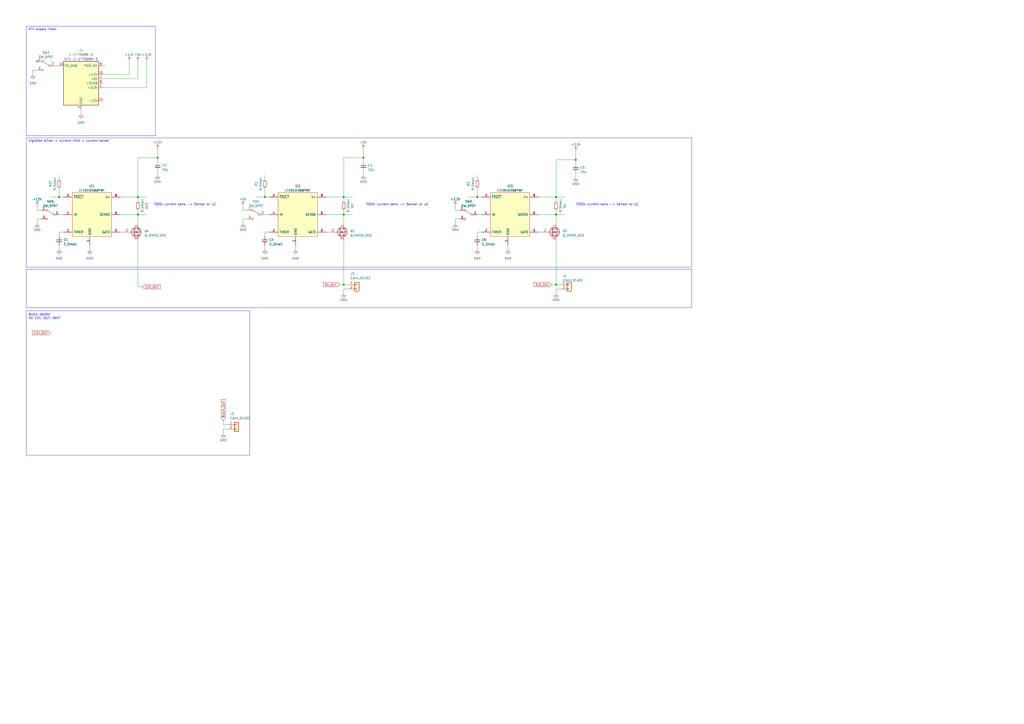
<source format=kicad_sch>
(kicad_sch (version 20230121) (generator eeschema)
  (paper "A2")
  (lib_symbols
    (symbol "Connector_Generic:Conn_01x02" (pin_names (offset 1.016) hide)
      (property "Reference" "J" (at 0 2.54 0))
      (property "Value" "Conn_01x02" (at 0 -5.08 0))
      (symbol "Conn_01x02_1_1"
        (rectangle (start -1.27 -2.413) (end 0 -2.667) (stroke (width 0.1524)))
        (rectangle (start -1.27 0.127) (end 0 -0.127) (stroke (width 0.1524)))
        (rectangle (start -1.27 1.27) (end 1.27 -3.81) (stroke (width 0.254)) (fill (type background)))
        (pin passive line (at -5.08 0 0) (length 3.81) (name "Pin_1") (number "1"))
        (pin passive line (at -5.08 -2.54 0) (length 3.81) (name "Pin_2") (number "2"))
      )
    )
    (symbol "Device:C_Small" (pin_numbers hide) (pin_names (offset 0.254) hide)
      (property "Reference" "C" (at 0.254 1.778 0))
      (property "Value" "C_Small" (at 0.254 -2.032 0))
      (symbol "C_Small_0_1"
        (polyline (pts (xy -1.524 -0.508) (xy 1.524 -0.508)) (stroke (width 0.3302)))
        (polyline (pts (xy -1.524 0.508) (xy 1.524 0.508)) (stroke (width 0.3048)))
      )
      (symbol "C_Small_1_1"
        (pin passive line (at 0 2.54 270) (length 2.032) (name "~") (number "1"))
        (pin passive line (at 0 -2.54 90) (length 2.032) (name "~") (number "2"))
      )
    )
    (symbol "Device:Q_NMOS_DGS" (pin_names (offset 0) hide)
      (property "Reference" "Q" (at 5.08 1.27 0))
      (property "Value" "Q_NMOS_DGS" (at 5.08 -1.27 0))
      (symbol "Q_NMOS_DGS_0_1"
        (polyline (pts (xy 0.254 0) (xy -2.54 0)))
        (polyline (pts (xy 0.254 1.905) (xy 0.254 -1.905)) (stroke (width 0.254)))
        (polyline (pts (xy 0.762 -1.27) (xy 0.762 -2.286)) (stroke (width 0.254)))
        (polyline (pts (xy 0.762 0.508) (xy 0.762 -0.508)) (stroke (width 0.254)))
        (polyline (pts (xy 0.762 2.286) (xy 0.762 1.27)) (stroke (width 0.254)))
        (polyline (pts (xy 2.54 2.54) (xy 2.54 1.778)))
        (polyline (pts (xy 2.54 -2.54) (xy 2.54 0) (xy 0.762 0)))
        (polyline (pts (xy 0.762 -1.778) (xy 3.302 -1.778) (xy 3.302 1.778) (xy 0.762 1.778)))
        (polyline (pts (xy 1.016 0) (xy 2.032 0.381) (xy 2.032 -0.381) (xy 1.016 0)) (fill (type outline)))
        (polyline (pts (xy 2.794 0.508) (xy 2.921 0.381) (xy 3.683 0.381) (xy 3.81 0.254)))
        (polyline (pts (xy 3.302 0.381) (xy 2.921 -0.254) (xy 3.683 -0.254) (xy 3.302 0.381)))
        (circle (center 1.651 0) (radius 2.794) (stroke (width 0.254)))
        (circle (center 2.54 -1.778) (radius 0.254) (fill (type outline)))
        (circle (center 2.54 1.778) (radius 0.254) (fill (type outline)))
      )
      (symbol "Q_NMOS_DGS_1_1"
        (pin passive line (at 2.54 5.08 270) (length 2.54) (name "D") (number "1"))
        (pin input line (at -5.08 0 0) (length 2.54) (name "G") (number "2"))
        (pin passive line (at 2.54 -5.08 90) (length 2.54) (name "S") (number "3"))
      )
    )
    (symbol "Device:R_Small" (pin_numbers hide) (pin_names (offset 0.254) hide)
      (property "Reference" "R" (at 0.762 0.508 0))
      (property "Value" "R_Small" (at 0.762 -1.016 0))
      (symbol "R_Small_0_1"
        (rectangle (start -0.762 1.778) (end 0.762 -1.778) (stroke (width 0.2032)))
      )
      (symbol "R_Small_1_1"
        (pin passive line (at 0 2.54 270) (length 0.762) (name "~") (number "1"))
        (pin passive line (at 0 -2.54 90) (length 0.762) (name "~") (number "2"))
      )
    )
    (symbol "Switch:SW_SPDT" (pin_names (offset 0) hide)
      (property "Reference" "SW" (at 0 4.318 0))
      (property "Value" "SW_SPDT" (at 0 -5.08 0))
      (symbol "SW_SPDT_0_0"
        (circle (center -2.032 0) (radius 0.508))
        (circle (center 2.032 -2.54) (radius 0.508))
      )
      (symbol "SW_SPDT_0_1"
        (polyline (pts (xy -1.524 0.254) (xy 1.651 2.286)))
        (circle (center 2.032 2.54) (radius 0.508))
      )
      (symbol "SW_SPDT_1_1"
        (pin passive line (at 5.08 2.54 180) (length 2.54) (name "A") (number "1"))
        (pin passive line (at -5.08 0 0) (length 2.54) (name "B") (number "2"))
        (pin passive line (at 5.08 -2.54 180) (length 2.54) (name "C") (number "3"))
      )
    )
    (symbol "atx_power_supply:1-1775099-3"
      (property "Reference" "J" (at -8.89 13.97 0))
      (property "Value" "1-1775099-3" (at 6.35 13.97 0))
      (property "mouser" " 571-1-1775099-3 " (at 0 0 0))
      (symbol "1-1775099-3_0_1"
        (rectangle (start -10.16 12.7) (end 10.16 -12.7) (stroke (width 0.254)) (fill (type background)))
      )
      (symbol "1-1775099-3_1_1"
        (pin power_out line (at 12.7 -2.54 180) (length 2.54) (name "+3.3V") (number "1"))
        (pin power_out line (at 12.7 5.08 180) (length 2.54) (name "+12V") (number "10"))
        (pin passive line (at 12.7 5.08 180) (length 2.54) hide (name "+12V") (number "11"))
        (pin passive line (at 12.7 -2.54 180) (length 2.54) hide (name "+3.3V") (number "12"))
        (pin passive line (at 12.7 -2.54 180) (length 2.54) hide (name "+3.3V") (number "13"))
        (pin power_out line (at 12.7 -10.16 180) (length 2.54) (name "-12V") (number "14"))
        (pin passive line (at 0 -15.24 90) (length 2.54) hide (name "GND") (number "15"))
        (pin open_collector line (at -12.7 10.16 0) (length 2.54) (name "PS_ON#") (number "16"))
        (pin passive line (at 0 -15.24 90) (length 2.54) hide (name "GND") (number "17"))
        (pin passive line (at 0 -15.24 90) (length 2.54) hide (name "GND") (number "18"))
        (pin passive line (at 0 -15.24 90) (length 2.54) hide (name "GND") (number "19"))
        (pin passive line (at 12.7 -2.54 180) (length 2.54) hide (name "+3.3V") (number "2"))
        (pin no_connect line (at -10.16 0 0) (length 2.54) hide (name "NC") (number "20"))
        (pin passive line (at 12.7 2.54 180) (length 2.54) hide (name "+5V") (number "21"))
        (pin passive line (at 12.7 2.54 180) (length 2.54) hide (name "+5V") (number "22"))
        (pin passive line (at 12.7 2.54 180) (length 2.54) hide (name "+5V") (number "23"))
        (pin passive line (at 0 -15.24 90) (length 2.54) hide (name "GND") (number "24"))
        (pin power_out line (at 0 -15.24 90) (length 2.54) (name "GND") (number "3"))
        (pin power_out line (at 12.7 2.54 180) (length 2.54) (name "+5V") (number "4"))
        (pin passive line (at 0 -15.24 90) (length 2.54) hide (name "GND") (number "5"))
        (pin passive line (at 12.7 2.54 180) (length 2.54) hide (name "+5V") (number "6"))
        (pin passive line (at 0 -15.24 90) (length 2.54) hide (name "GND") (number "7"))
        (pin output line (at 12.7 10.16 180) (length 2.54) (name "PWR_OK") (number "8"))
        (pin power_out line (at 12.7 0 180) (length 2.54) (name "+5VSB") (number "9"))
      )
    )
    (symbol "atx_power_supply:LT1910IS8#PBF" (pin_names (offset 0.762))
      (property "Reference" "IC" (at 29.21 7.62 0))
      (property "Value" "LT1910IS8#PBF" (at 29.21 5.08 0))
      (symbol "LT1910IS8#PBF_0_0"
        (pin passive line (at 15.24 -20.32 90) (length 5.08) (name "GND") (number "1"))
        (pin passive line (at 0 -12.7 0) (length 5.08) (name "TIMER") (number "2"))
        (pin passive line (at 0 7.62 0) (length 5.08) (name "~{FAULT}") (number "3"))
        (pin passive line (at 0 -2.54 0) (length 5.08) (name "IN") (number "4"))
        (pin passive line (at 33.02 -12.7 180) (length 5.08) (name "GATE") (number "5"))
        (pin passive line (at 33.02 -2.54 180) (length 5.08) (name "SENSE") (number "6"))
        (pin no_connect line (at 20.32 -20.32 90) (length 5.08) hide (name "NC") (number "7"))
        (pin passive line (at 33.02 7.62 180) (length 5.08) (name "V+") (number "8"))
      )
      (symbol "LT1910IS8#PBF_0_1"
        (polyline (pts (xy 5.08 10.16) (xy 27.94 10.16) (xy 27.94 -15.24) (xy 5.08 -15.24) (xy 5.08 10.16)) (stroke (width 0.1524)) (fill (type background)))
      )
    )
    (symbol "power:+12V" (power) (pin_names (offset 0))
      (property "Value" "+12V" (at 0 3.556 0))
      (symbol "+12V_0_1"
        (polyline (pts (xy -0.762 1.27) (xy 0 2.54)))
        (polyline (pts (xy 0 0) (xy 0 2.54)))
        (polyline (pts (xy 0 2.54) (xy 0.762 1.27)))
      )
      (symbol "+12V_1_1"
        (pin power_in line (at 0 0 90) (length 0) hide (name "+12V") (number "1"))
      )
    )
    (symbol "power:+3.3V" (power) (pin_names (offset 0))
      (property "Value" "+3.3V" (at 0 3.556 0))
      (symbol "+3.3V_0_1"
        (polyline (pts (xy -0.762 1.27) (xy 0 2.54)))
        (polyline (pts (xy 0 0) (xy 0 2.54)))
        (polyline (pts (xy 0 2.54) (xy 0.762 1.27)))
      )
      (symbol "+3.3V_1_1"
        (pin power_in line (at 0 0 90) (length 0) hide (name "+3.3V") (number "1"))
      )
    )
    (symbol "power:+5V" (power) (pin_names (offset 0))
      (property "Value" "+5V" (at 0 3.556 0))
      (symbol "+5V_0_1"
        (polyline (pts (xy -0.762 1.27) (xy 0 2.54)))
        (polyline (pts (xy 0 0) (xy 0 2.54)))
        (polyline (pts (xy 0 2.54) (xy 0.762 1.27)))
      )
      (symbol "+5V_1_1"
        (pin power_in line (at 0 0 90) (length 0) hide (name "+5V") (number "1"))
      )
    )
    (symbol "power:GND" (power) (pin_names (offset 0))
      (property "Value" "GND" (at 0 -3.81 0))
      (symbol "GND_0_1"
        (polyline (pts (xy 0 0) (xy 0 -1.27) (xy 1.27 -1.27) (xy 0 -2.54) (xy -1.27 -1.27) (xy 0 -1.27)))
      )
      (symbol "GND_1_1"
        (pin power_in line (at 0 0 270) (length 0) hide (name "GND") (number "1"))
      )
    )
  )
  (junction (at 322.58 165.1))
  (junction (at 210.82 91.44))
  (junction (at 334.01 92.71))
  (junction (at 276.86 114.3))
  (junction (at 199.39 165.1))
  (junction (at 34.29 114.3))
  (junction (at 199.39 124.46))
  (junction (at 80.01 114.3))
  (junction (at 199.39 114.3))
  (junction (at 80.01 124.46))
  (junction (at 153.67 114.3))
  (junction (at 322.58 124.46))
  (junction (at 91.44 91.44))
  (junction (at 322.58 114.3))
  (no_connect (at 21.59 35.56))
  (wire (pts (xy 91.44 93.98) (xy 91.44 91.44)))
  (wire (pts (xy 91.44 99.06) (xy 91.44 101.6)))
  (wire (pts (xy 266.7 127) (xy 264.16 127)))
  (wire (pts (xy 59.69 43.18) (xy 74.93 43.18)))
  (wire (pts (xy 52.07 142.24) (xy 52.07 144.78)))
  (wire (pts (xy 24.13 121.92) (xy 21.59 121.92)))
  (wire (pts (xy 21.59 119.38) (xy 21.59 121.92)))
  (wire (pts (xy 24.13 127) (xy 21.59 127)))
  (wire (pts (xy 132.08 248.92) (xy 129.54 248.92)))
  (wire (pts (xy 85.09 50.8) (xy 85.09 35.56)))
  (wire (pts (xy 34.29 124.46) (xy 36.83 124.46)))
  (wire (pts (xy 312.42 124.46) (xy 322.58 124.46)))
  (wire (pts (xy 69.85 114.3) (xy 80.01 114.3)))
  (wire (pts (xy 153.67 114.3) (xy 156.21 114.3)))
  (wire (pts (xy 199.39 114.3) (xy 204.47 114.3)))
  (wire (pts (xy 276.86 134.62) (xy 276.86 137.16)))
  (wire (pts (xy 322.58 165.1) (xy 325.12 165.1)))
  (wire (pts (xy 143.51 121.92) (xy 140.97 121.92)))
  (wire (pts (xy 334.01 100.33) (xy 334.01 102.87)))
  (wire (pts (xy 276.86 114.3) (xy 279.4 114.3)))
  (wire (pts (xy 153.67 134.62) (xy 153.67 137.16)))
  (wire (pts (xy 201.93 167.64) (xy 199.39 167.64)))
  (wire (pts (xy 210.82 99.06) (xy 210.82 101.6)))
  (wire (pts (xy 322.58 167.64) (xy 322.58 170.18)))
  (wire (pts (xy 199.39 139.7) (xy 199.39 165.1)))
  (wire (pts (xy 189.23 114.3) (xy 199.39 114.3)))
  (wire (pts (xy 322.58 114.3) (xy 327.66 114.3)))
  (wire (pts (xy 34.29 114.3) (xy 36.83 114.3)))
  (wire (pts (xy 140.97 127) (xy 140.97 129.54)))
  (wire (pts (xy 314.96 134.62) (xy 312.42 134.62)))
  (wire (pts (xy 82.55 166.37) (xy 80.01 166.37)))
  (wire (pts (xy 69.85 124.46) (xy 80.01 124.46)))
  (wire (pts (xy 279.4 134.62) (xy 276.86 134.62)))
  (wire (pts (xy 74.93 43.18) (xy 74.93 35.56)))
  (wire (pts (xy 276.86 109.22) (xy 276.86 114.3)))
  (wire (pts (xy 34.29 134.62) (xy 34.29 137.16)))
  (wire (pts (xy 72.39 134.62) (xy 69.85 134.62)))
  (wire (pts (xy 132.08 246.38) (xy 129.54 246.38)))
  (wire (pts (xy 34.29 101.6) (xy 34.29 104.14)))
  (wire (pts (xy 264.16 127) (xy 264.16 129.54)))
  (wire (pts (xy 148.59 114.3) (xy 153.67 114.3)))
  (wire (pts (xy 199.39 165.1) (xy 201.93 165.1)))
  (wire (pts (xy 153.67 124.46) (xy 156.21 124.46)))
  (wire (pts (xy 153.67 101.6) (xy 153.67 104.14)))
  (wire (pts (xy 19.05 40.64) (xy 19.05 43.18)))
  (wire (pts (xy 129.54 243.84) (xy 129.54 246.38)))
  (wire (pts (xy 34.29 142.24) (xy 34.29 144.78)))
  (wire (pts (xy 271.78 114.3) (xy 276.86 114.3)))
  (wire (pts (xy 59.69 38.1) (xy 60.96 38.1)))
  (wire (pts (xy 322.58 124.46) (xy 322.58 129.54)))
  (wire (pts (xy 36.83 134.62) (xy 34.29 134.62)))
  (wire (pts (xy 320.04 165.1) (xy 322.58 165.1)))
  (wire (pts (xy 196.85 165.1) (xy 199.39 165.1)))
  (wire (pts (xy 334.01 92.71) (xy 322.58 92.71)))
  (wire (pts (xy 189.23 124.46) (xy 199.39 124.46)))
  (wire (pts (xy 264.16 119.38) (xy 264.16 121.92)))
  (wire (pts (xy 91.44 86.36) (xy 91.44 91.44)))
  (wire (pts (xy 199.39 167.64) (xy 199.39 170.18)))
  (wire (pts (xy 80.01 124.46) (xy 85.09 124.46)))
  (wire (pts (xy 34.29 109.22) (xy 34.29 114.3)))
  (wire (pts (xy 80.01 91.44) (xy 80.01 114.3)))
  (wire (pts (xy 334.01 87.63) (xy 334.01 92.71)))
  (wire (pts (xy 322.58 124.46) (xy 327.66 124.46)))
  (wire (pts (xy 322.58 114.3) (xy 322.58 116.84)))
  (wire (pts (xy 334.01 95.25) (xy 334.01 92.71)))
  (wire (pts (xy 80.01 114.3) (xy 80.01 116.84)))
  (wire (pts (xy 322.58 121.92) (xy 322.58 124.46)))
  (wire (pts (xy 80.01 139.7) (xy 80.01 166.37)))
  (wire (pts (xy 153.67 142.24) (xy 153.67 144.78)))
  (wire (pts (xy 199.39 124.46) (xy 199.39 129.54)))
  (wire (pts (xy 199.39 121.92) (xy 199.39 124.46)))
  (wire (pts (xy 199.39 114.3) (xy 199.39 116.84)))
  (wire (pts (xy 21.59 40.64) (xy 19.05 40.64)))
  (wire (pts (xy 21.59 127) (xy 21.59 129.54)))
  (wire (pts (xy 199.39 91.44) (xy 199.39 114.3)))
  (wire (pts (xy 140.97 119.38) (xy 140.97 121.92)))
  (wire (pts (xy 210.82 91.44) (xy 199.39 91.44)))
  (wire (pts (xy 276.86 142.24) (xy 276.86 144.78)))
  (wire (pts (xy 322.58 92.71) (xy 322.58 114.3)))
  (wire (pts (xy 80.01 124.46) (xy 80.01 129.54)))
  (wire (pts (xy 191.77 134.62) (xy 189.23 134.62)))
  (wire (pts (xy 276.86 124.46) (xy 279.4 124.46)))
  (wire (pts (xy 153.67 109.22) (xy 153.67 114.3)))
  (wire (pts (xy 171.45 142.24) (xy 171.45 144.78)))
  (wire (pts (xy 129.54 248.92) (xy 129.54 251.46)))
  (wire (pts (xy 210.82 93.98) (xy 210.82 91.44)))
  (wire (pts (xy 199.39 124.46) (xy 204.47 124.46)))
  (wire (pts (xy 46.99 63.5) (xy 46.99 66.04)))
  (wire (pts (xy 156.21 134.62) (xy 153.67 134.62)))
  (wire (pts (xy 59.69 45.72) (xy 80.01 45.72)))
  (wire (pts (xy 322.58 139.7) (xy 322.58 165.1)))
  (wire (pts (xy 31.75 38.1) (xy 34.29 38.1)))
  (wire (pts (xy 29.21 114.3) (xy 34.29 114.3)))
  (wire (pts (xy 266.7 121.92) (xy 264.16 121.92)))
  (wire (pts (xy 143.51 127) (xy 140.97 127)))
  (wire (pts (xy 325.12 167.64) (xy 322.58 167.64)))
  (wire (pts (xy 276.86 101.6) (xy 276.86 104.14)))
  (wire (pts (xy 59.69 50.8) (xy 85.09 50.8)))
  (wire (pts (xy 80.01 114.3) (xy 85.09 114.3)))
  (wire (pts (xy 91.44 91.44) (xy 80.01 91.44)))
  (wire (pts (xy 312.42 114.3) (xy 322.58 114.3)))
  (wire (pts (xy 210.82 86.36) (xy 210.82 91.44)))
  (wire (pts (xy 80.01 121.92) (xy 80.01 124.46)))
  (wire (pts (xy 294.64 142.24) (xy 294.64 144.78)))
  (wire (pts (xy 80.01 45.72) (xy 80.01 35.56)))
  (rectangle (start 15.24 15.24) (end 90.17 78.74))
  (rectangle (start 15.24 180.34) (end 144.78 264.16))
  (rectangle (start 15.24 80.01) (end 401.32 154.94))
  (rectangle (start 15.24 156.21) (end 401.32 178.435))
  (text "highside driver + current limit + current sense" (at 16.51 82.55 0) (effects (font (size 1.27 1.27)) (justify left bottom)))
  (text "ATX supply input" (at 16.51 17.78 0) (effects (font (size 1.27 1.27)) (justify left bottom)))
  (text "BUCK-BOOST\nIN: 12V, OUT: 30V?" (at 16.51 185.42 0) (effects (font (size 1.27 1.27)) (justify left bottom)))
  (text "TODO: current sens -> Sensor or uC" (at 212.09 119.38 0) (effects (font (size 1.27 1.27)) (justify left bottom)))
  (text "TODO: current sens -> Sensor or uC" (at 334.01 119.38 0) (effects (font (size 1.27 1.27)) (justify left bottom)))
  (text "TODO: current sens -> Sensor or uC" (at 88.9 119.38 0) (effects (font (size 1.27 1.27)) (justify left bottom)))
  (global_label "12V_OUT" (shape input) (at 29.21 193.04 180) (property "Intersheetrefs" "${INTERSHEET_REFS}" (effects hide)))
  (global_label "BUCK_OUT" (shape input) (at 129.54 243.84 90) (property "Intersheetrefs" "${INTERSHEET_REFS}" (effects hide)))
  (global_label "12V_OUT" (shape input) (at 82.55 166.37 0) (property "Intersheetrefs" "${INTERSHEET_REFS}" (effects hide)))
  (global_label "5V_OUT" (shape input) (at 196.85 165.1 180) (property "Intersheetrefs" "${INTERSHEET_REFS}" (effects hide)))
  (global_label "3V3_OUT" (shape input) (at 320.04 165.1 180) (property "Intersheetrefs" "${INTERSHEET_REFS}" (effects hide)))
  (symbol (lib_id "Switch:SW_SPDT") (at 148.59 124.46 0) (mirror y) (unit 1)
    (property "Reference" "SW1" (at 148.59 116.84 0))
    (property "Value" "SW_SPDT" (at 148.59 119.38 0))
    (instances (project "atx_power_supply" (path "" (reference "SW1") (unit 1)) (path "" (reference "SW3") (unit 1))))
  )
  (symbol (lib_id "Device:C_Small") (at 334.01 97.79 0) (mirror y) (unit 1)
    (property "Reference" "C5" (at 336.55 97.1613 0) (effects (justify right)))
    (property "Value" "10u" (at 336.55 99.7013 0) (effects (justify right)))
    (property "Footprint" "Resistor_SMD:R_0603_1608Metric" (effects hide))
    (instances (project "atx_power_supply" (path "" (reference "C5") (unit 1)) (path "" (reference "C3") (unit 1))))
  )
  (symbol (lib_id "atx_power_supply:1-1775099-3") (at 46.99 48.26 0) (unit 1)
    (property "Reference" "J1" (at 46.99 29.21 0))
    (property "Value" "1-1775099-3" (at 46.99 31.75 0))
    (property "Footprint" "atx_power_supply:1-1775099-3" (effects hide))
    (property "Datasheet" "https://www.intel.com/content/dam/www/public/us/en/documents/guides/power-supply-design-guide-june.pdf#page=33" (effects hide))
    (property "mouser" " 571-1-1775099-3 " (at 46.99 34.29 0))
  )
  (symbol (lib_id "Device:Q_NMOS_DGS") (at 320.04 134.62 0) (unit 1)
    (property "Reference" "Q2" (at 326.39 133.985 0) (effects (justify left)))
    (property "Value" "Q_NMOS_DGS" (at 326.39 136.525 0) (effects (justify left)))
    (instances (project "atx_power_supply" (path "" (reference "Q2") (unit 1)) (path "" (reference "Q3") (unit 1))))
  )
  (symbol (lib_id "power:+5V") (at 80.01 35.56 0) (unit 1)
    (property "Reference" "#PWR03" (effects hide))
    (property "Value" "+5V" (at 80.01 31.75 0))
    (instances (project "atx_power_supply" (path "" (reference "#PWR03") (unit 1)) (path "" (reference "#PWR02") (unit 1))))
  )
  (symbol (lib_id "power:GND") (at 334.01 102.87 0) (mirror y) (unit 1)
    (property "Reference" "#PWR026" (effects hide))
    (property "Value" "GND" (at 334.01 106.68 0))
    (instances (project "atx_power_supply" (path "" (reference "#PWR026") (unit 1)) (path "" (reference "#PWR011") (unit 1))))
  )
  (symbol (lib_id "Device:C_Small") (at 153.67 139.7 0) (mirror y) (unit 1)
    (property "Reference" "C4" (at 156.21 139.0713 0) (effects (justify right)))
    (property "Value" "C_Small" (at 156.21 141.6113 0) (effects (justify right)))
    (property "Footprint" "Resistor_SMD:R_0603_1608Metric" (effects hide))
    (instances (project "atx_power_supply" (path "" (reference "C4") (unit 1)) (path "" (reference "C5") (unit 1))))
  )
  (symbol (lib_id "power:GND") (at 153.67 144.78 0) (unit 1)
    (property "Reference" "#PWR016" (effects hide))
    (property "Value" "GND" (at 153.67 149.86 0))
    (instances (project "atx_power_supply" (path "" (reference "#PWR016") (unit 1)) (path "" (reference "#PWR020") (unit 1))))
  )
  (symbol (lib_id "Device:R_Small") (at 34.29 106.68 0) (mirror y) (unit 1)
    (property "Reference" "R22" (at 29.21 106.68 90))
    (property "Value" "R_Small" (at 31.75 106.68 90))
    (instances (project "atx_power_supply" (path "" (reference "R22") (unit 1)) (path "" (reference "R1") (unit 1))))
  )
  (symbol (lib_id "power:GND") (at 171.45 144.78 0) (unit 1)
    (property "Reference" "#PWR017" (effects hide))
    (property "Value" "GND" (at 171.45 149.86 0))
    (instances (project "atx_power_supply" (path "" (reference "#PWR017") (unit 1)) (path "" (reference "#PWR021") (unit 1))))
  )
  (symbol (lib_id "Switch:SW_SPDT") (at 271.78 124.46 0) (mirror y) (unit 1)
    (property "Reference" "SW3" (at 271.78 116.84 0))
    (property "Value" "SW_SPDT" (at 271.78 119.38 0))
    (instances (project "atx_power_supply" (path "" (reference "SW3") (unit 1)) (path "" (reference "SW4") (unit 1))))
  )
  (symbol (lib_id "power:GND") (at 322.58 170.18 0) (unit 1)
    (property "Reference" "#PWR011" (effects hide))
    (property "Value" "GND" (at 322.58 173.99 0))
    (instances (project "atx_power_supply" (path "" (reference "#PWR011") (unit 1)) (path "" (reference "#PWR026") (unit 1))))
  )
  (symbol (lib_id "power:GND") (at 264.16 129.54 0) (unit 1)
    (property "Reference" "#PWR027" (effects hide))
    (property "Value" "GND" (at 264.16 133.35 0))
    (instances (project "atx_power_supply" (path "" (reference "#PWR027") (unit 1)) (path "" (reference "#PWR017") (unit 1))))
  )
  (symbol (lib_id "Device:C_Small") (at 91.44 96.52 0) (mirror y) (unit 1)
    (property "Reference" "C2" (at 93.98 95.8913 0) (effects (justify right)))
    (property "Value" "10u" (at 93.98 98.4313 0) (effects (justify right)))
    (property "Footprint" "Resistor_SMD:R_0603_1608Metric" (effects hide))
    (instances (project "atx_power_supply" (path "" (reference "C2") (unit 1)) (path "" (reference "C1") (unit 1))))
  )
  (symbol (lib_id "power:+3.3V") (at 85.09 35.56 0) (unit 1)
    (property "Reference" "#PWR04" (effects hide))
    (property "Value" "+3.3V" (at 85.09 31.75 0))
    (instances (project "atx_power_supply" (path "" (reference "#PWR04") (unit 1)) (path "" (reference "#PWR03") (unit 1))))
  )
  (symbol (lib_id "power:GND") (at 294.64 144.78 0) (unit 1)
    (property "Reference" "#PWR029" (effects hide))
    (property "Value" "GND" (at 294.64 149.86 0))
    (instances (project "atx_power_supply" (path "" (reference "#PWR029") (unit 1)) (path "" (reference "#PWR023") (unit 1))))
  )
  (symbol (lib_id "power:GND") (at 52.07 144.78 0) (unit 1)
    (property "Reference" "#PWR018" (effects hide))
    (property "Value" "GND" (at 52.07 149.86 0))
    (instances (project "atx_power_supply" (path "" (reference "#PWR018") (unit 1)) (path "" (reference "#PWR019") (unit 1))))
  )
  (symbol (lib_id "power:GND") (at 34.29 144.78 0) (unit 1)
    (property "Reference" "#PWR019" (effects hide))
    (property "Value" "GND" (at 34.29 149.86 0))
    (instances (project "atx_power_supply" (path "" (reference "#PWR019") (unit 1)) (path "" (reference "#PWR018") (unit 1))))
  )
  (symbol (lib_id "power:GND") (at 21.59 129.54 0) (unit 1)
    (property "Reference" "#PWR022" (effects hide))
    (property "Value" "GND" (at 21.59 133.35 0))
    (instances (project "atx_power_supply" (path "" (reference "#PWR022") (unit 1)) (path "" (reference "#PWR015") (unit 1))))
  )
  (symbol (lib_id "Device:C_Small") (at 34.29 139.7 0) (mirror y) (unit 1)
    (property "Reference" "C1" (at 36.83 139.0713 0) (effects (justify right)))
    (property "Value" "C_Small" (at 36.83 141.6113 0) (effects (justify right)))
    (property "Footprint" "Resistor_SMD:R_0603_1608Metric" (effects hide))
    (instances (project "atx_power_supply" (path "" (reference "C1") (unit 1)) (path "" (reference "C4") (unit 1))))
  )
  (symbol (lib_id "power:GND") (at 276.86 144.78 0) (unit 1)
    (property "Reference" "#PWR028" (effects hide))
    (property "Value" "GND" (at 276.86 149.86 0))
    (instances (project "atx_power_supply" (path "" (reference "#PWR028") (unit 1)) (path "" (reference "#PWR022") (unit 1))))
  )
  (symbol (lib_id "Device:C_Small") (at 210.82 96.52 0) (mirror y) (unit 1)
    (property "Reference" "C3" (at 213.36 95.8913 0) (effects (justify right)))
    (property "Value" "10u" (at 213.36 98.4313 0) (effects (justify right)))
    (property "Footprint" "Resistor_SMD:R_0603_1608Metric" (effects hide))
    (instances (project "atx_power_supply" (path "" (reference "C3") (unit 1)) (path "" (reference "C2") (unit 1))))
  )
  (symbol (lib_id "power:GND") (at 210.82 101.6 0) (mirror y) (unit 1)
    (property "Reference" "#PWR014" (effects hide))
    (property "Value" "GND" (at 210.82 105.41 0))
    (instances (project "atx_power_supply" (path "" (reference "#PWR014") (unit 1)) (path "" (reference "#PWR010") (unit 1))))
  )
  (symbol (lib_id "Device:R_Small") (at 153.67 106.68 0) (mirror y) (unit 1)
    (property "Reference" "R1" (at 148.59 106.68 90))
    (property "Value" "R_Small" (at 151.13 106.68 90))
    (instances (project "atx_power_supply" (path "" (reference "R1") (unit 1)) (path "" (reference "R2") (unit 1))))
  )
  (symbol (lib_id "Switch:SW_SPDT") (at 29.21 124.46 0) (mirror y) (unit 1)
    (property "Reference" "SW5" (at 29.21 116.84 0))
    (property "Value" "SW_SPDT" (at 29.21 119.38 0))
    (instances (project "atx_power_supply" (path "" (reference "SW5") (unit 1)) (path "" (reference "SW2") (unit 1))))
  )
  (symbol (lib_id "power:+5V") (at 210.82 86.36 0) (unit 1)
    (property "Reference" "#PWR07" (effects hide))
    (property "Value" "+5V" (at 210.82 82.55 0))
  )
  (symbol (lib_id "Device:R_Small") (at 322.58 119.38 0) (mirror x) (unit 1)
    (property "Reference" "R4" (at 327.66 119.38 90))
    (property "Value" "R_Small" (at 325.12 119.38 90))
    (instances (project "atx_power_supply" (path "" (reference "R4") (unit 1)) (path "" (reference "R6") (unit 1))))
  )
  (symbol (lib_id "power:+5V") (at 140.97 119.38 0) (unit 1)
    (property "Reference" "#PWR06" (effects hide))
    (property "Value" "+5V" (at 140.97 115.57 0))
    (instances (project "atx_power_supply" (path "" (reference "#PWR06") (unit 1)) (path "" (reference "#PWR013") (unit 1))))
  )
  (symbol (lib_id "power:GND") (at 199.39 170.18 0) (unit 1)
    (property "Reference" "#PWR010" (effects hide))
    (property "Value" "GND" (at 199.39 173.99 0))
    (instances (project "atx_power_supply" (path "" (reference "#PWR010") (unit 1)) (path "" (reference "#PWR025") (unit 1))))
  )
  (symbol (lib_id "power:GND") (at 91.44 101.6 0) (mirror y) (unit 1)
    (property "Reference" "#PWR020" (effects hide))
    (property "Value" "GND" (at 91.44 105.41 0))
    (instances (project "atx_power_supply" (path "" (reference "#PWR020") (unit 1)) (path "" (reference "#PWR09") (unit 1))))
  )
  (symbol (lib_id "power:+3.3V") (at 264.16 119.38 0) (unit 1)
    (property "Reference" "#PWR012" (effects hide))
    (property "Value" "+3.3V" (at 264.16 115.57 0))
    (instances (project "atx_power_supply" (path "" (reference "#PWR012") (unit 1)) (path "" (reference "#PWR014") (unit 1))))
  )
  (symbol (lib_id "Device:R_Small") (at 276.86 106.68 0) (mirror y) (unit 1)
    (property "Reference" "R3" (at 271.78 106.68 90))
    (property "Value" "R_Small" (at 274.32 106.68 90))
  )
  (symbol (lib_id "power:+12V") (at 74.93 35.56 0) (unit 1)
    (property "Reference" "#PWR02" (effects hide))
    (property "Value" "+12V" (at 74.93 31.75 0))
    (instances (project "atx_power_supply" (path "" (reference "#PWR02") (unit 1)) (path "" (reference "#PWR01") (unit 1))))
  )
  (symbol (lib_id "Connector_Generic:Conn_01x02") (at 330.2 165.1 0) (unit 1)
    (property "Reference" "J4" (at 326.39 160.02 0) (effects (justify left)))
    (property "Value" "Conn_01x02" (at 326.39 162.56 0) (effects (justify left)))
  )
  (symbol (lib_id "atx_power_supply:LT1910IS8#PBF") (at 279.4 121.92 0) (unit 1)
    (property "Reference" "IC3" (at 295.91 107.95 0))
    (property "Value" "LT1910IS8#PBF" (at 295.91 110.49 0))
    (property "Footprint" "atx_power_supply:SOIC127P599X175-8N" (effects hide))
    (property "Datasheet" "http://cds.linear.com/docs/en/datasheet/1910fc.pdf" (effects hide))
    (property "Description" "Linear Technology LT1910IS8#PBF, MOSFET Power Driver,, 8  48 V, Non-Inverting, 8-Pin SOIC" (effects hide))
    (property "Height" "1.752" (effects hide))
    (property "Mouser Part Number" "584-LT1910IS8#PBF" (effects hide))
    (property "Mouser Price/Stock" "https://www.mouser.co.uk/ProductDetail/Analog-Devices/LT1910IS8PBF?qs=ytflclh7QUXOLTN09RUU2Q%3D%3D" (effects hide))
    (property "Manufacturer_Name" "Analog Devices" (effects hide))
    (property "Manufacturer_Part_Number" "LT1910IS8#PBF" (effects hide))
  )
  (symbol (lib_id "power:+12V") (at 91.44 86.36 0) (unit 1)
    (property "Reference" "#PWR021" (effects hide))
    (property "Value" "+12V" (at 91.44 82.55 0))
    (instances (project "atx_power_supply" (path "" (reference "#PWR021") (unit 1)) (path "" (reference "#PWR06") (unit 1))))
  )
  (symbol (lib_id "Device:R_Small") (at 199.39 119.38 0) (mirror x) (unit 1)
    (property "Reference" "R2" (at 204.47 119.38 90))
    (property "Value" "R_Small" (at 201.93 119.38 90))
    (instances (project "atx_power_supply" (path "" (reference "R2") (unit 1)) (path "" (reference "R5") (unit 1))))
  )
  (symbol (lib_id "Device:R_Small") (at 80.01 119.38 0) (mirror x) (unit 1)
    (property "Reference" "R23" (at 85.09 119.38 90))
    (property "Value" "R_Small" (at 82.55 119.38 90))
    (instances (project "atx_power_supply" (path "" (reference "R23") (unit 1)) (path "" (reference "R4") (unit 1))))
  )
  (symbol (lib_id "power:+12V") (at 21.59 119.38 0) (unit 1)
    (property "Reference" "#PWR023" (effects hide))
    (property "Value" "+12V" (at 21.59 115.57 0))
    (instances (project "atx_power_supply" (path "" (reference "#PWR023") (unit 1)) (path "" (reference "#PWR012") (unit 1))))
  )
  (symbol (lib_id "Connector_Generic:Conn_01x02") (at 207.01 165.1 0) (unit 1)
    (property "Reference" "J3" (at 203.2 158.75 0) (effects (justify left)))
    (property "Value" "Conn_01x02" (at 203.2 161.29 0) (effects (justify left)))
  )
  (symbol (lib_id "Device:C_Small") (at 276.86 139.7 0) (mirror y) (unit 1)
    (property "Reference" "C6" (at 279.4 139.0713 0) (effects (justify right)))
    (property "Value" "C_Small" (at 279.4 141.6113 0) (effects (justify right)))
    (property "Footprint" "Resistor_SMD:R_0603_1608Metric" (effects hide))
  )
  (symbol (lib_id "atx_power_supply:LT1910IS8#PBF") (at 36.83 121.92 0) (unit 1)
    (property "Reference" "IC1" (at 53.34 107.95 0))
    (property "Value" "LT1910IS8#PBF" (at 53.34 110.49 0))
    (property "Footprint" "atx_power_supply:SOIC127P599X175-8N" (effects hide))
    (property "Datasheet" "http://cds.linear.com/docs/en/datasheet/1910fc.pdf" (effects hide))
    (property "Description" "Linear Technology LT1910IS8#PBF, MOSFET Power Driver,, 8  48 V, Non-Inverting, 8-Pin SOIC" (effects hide))
    (property "Height" "1.752" (effects hide))
    (property "Mouser Part Number" "584-LT1910IS8#PBF" (effects hide))
    (property "Mouser Price/Stock" "https://www.mouser.co.uk/ProductDetail/Analog-Devices/LT1910IS8PBF?qs=ytflclh7QUXOLTN09RUU2Q%3D%3D" (effects hide))
    (property "Manufacturer_Name" "Analog Devices" (effects hide))
    (property "Manufacturer_Part_Number" "LT1910IS8#PBF" (effects hide))
  )
  (symbol (lib_id "power:GND") (at 19.05 43.18 0) (unit 1)
    (property "Reference" "#PWR05" (effects hide))
    (property "Value" "GND" (at 19.05 48.26 0))
    (instances (project "atx_power_supply" (path "" (reference "#PWR05") (unit 1)) (path "" (reference "#PWR04") (unit 1))))
  )
  (symbol (lib_id "Switch:SW_SPDT") (at 26.67 38.1 0) (mirror y) (unit 1)
    (property "Reference" "SW2" (at 26.67 30.48 0))
    (property "Value" "SW_SPDT" (at 26.67 33.02 0))
    (instances (project "atx_power_supply" (path "" (reference "SW2") (unit 1)) (path "" (reference "SW1") (unit 1))))
  )
  (symbol (lib_id "atx_power_supply:LT1910IS8#PBF") (at 156.21 121.92 0) (unit 1)
    (property "Reference" "IC2" (at 172.72 107.95 0))
    (property "Value" "LT1910IS8#PBF" (at 172.72 110.49 0))
    (property "Footprint" "atx_power_supply:SOIC127P599X175-8N" (effects hide))
    (property "Datasheet" "http://cds.linear.com/docs/en/datasheet/1910fc.pdf" (effects hide))
    (property "Description" "Linear Technology LT1910IS8#PBF, MOSFET Power Driver,, 8  48 V, Non-Inverting, 8-Pin SOIC" (effects hide))
    (property "Height" "1.752" (effects hide))
    (property "Mouser Part Number" "584-LT1910IS8#PBF" (effects hide))
    (property "Mouser Price/Stock" "https://www.mouser.co.uk/ProductDetail/Analog-Devices/LT1910IS8PBF?qs=ytflclh7QUXOLTN09RUU2Q%3D%3D" (effects hide))
    (property "Manufacturer_Name" "Analog Devices" (effects hide))
    (property "Manufacturer_Part_Number" "LT1910IS8#PBF" (effects hide))
  )
  (symbol (lib_id "power:GND") (at 129.54 251.46 0) (unit 1)
    (property "Reference" "#PWR010" (effects hide))
    (property "Value" "GND" (at 129.54 255.27 0))
    (instances (project "atx_power_supply" (path "" (reference "#PWR010") (unit 1)) (path "" (reference "#PWR024") (unit 1))))
  )
  (symbol (lib_id "power:GND") (at 140.97 129.54 0) (unit 1)
    (property "Reference" "#PWR015" (effects hide))
    (property "Value" "GND" (at 140.97 133.35 0))
    (instances (project "atx_power_supply" (path "" (reference "#PWR015") (unit 1)) (path "" (reference "#PWR016") (unit 1))))
  )
  (symbol (lib_id "Device:Q_NMOS_DGS") (at 196.85 134.62 0) (unit 1)
    (property "Reference" "Q1" (at 203.2 133.985 0) (effects (justify left)))
    (property "Value" "Q_NMOS_DGS" (at 203.2 136.525 0) (effects (justify left)))
    (instances (project "atx_power_supply" (path "" (reference "Q1") (unit 1)) (path "" (reference "Q2") (unit 1))))
  )
  (symbol (lib_id "power:GND") (at 46.99 66.04 0) (unit 1)
    (property "Reference" "#PWR01" (effects hide))
    (property "Value" "GND" (at 46.99 71.12 0))
    (instances (project "atx_power_supply" (path "" (reference "#PWR01") (unit 1)) (path "" (reference "#PWR05") (unit 1))))
  )
  (symbol (lib_id "power:+3.3V") (at 334.01 87.63 0) (unit 1)
    (property "Reference" "#PWR08" (effects hide))
    (property "Value" "+3.3V" (at 334.01 83.82 0))
  )
  (symbol (lib_id "Connector_Generic:Conn_01x02") (at 137.16 246.38 0) (unit 1)
    (property "Reference" "J3" (at 133.35 240.03 0) (effects (justify left)))
    (property "Value" "Conn_01x02" (at 133.35 242.57 0) (effects (justify left)))
    (instances (project "atx_power_supply" (path "" (reference "J3") (unit 1)) (path "" (reference "J2") (unit 1))))
  )
  (symbol (lib_id "Device:Q_NMOS_DGS") (at 77.47 134.62 0) (unit 1)
    (property "Reference" "Q4" (at 83.82 133.985 0) (effects (justify left)))
    (property "Value" "Q_NMOS_DGS" (at 83.82 136.525 0) (effects (justify left)))
    (instances (project "atx_power_supply" (path "" (reference "Q4") (unit 1)) (path "" (reference "Q1") (unit 1))))
  )
)
</source>
